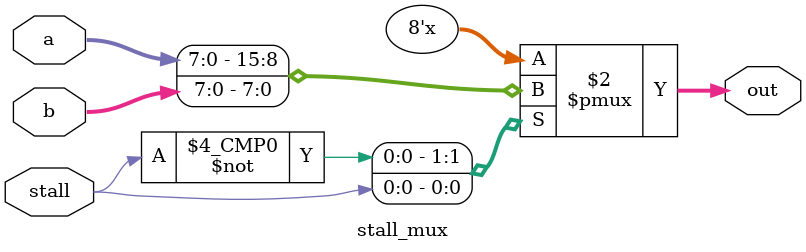
<source format=v>
module stall_mux
(
input [7:0] a,
input[7:0] b,
input stall,
output reg [7:0] out
);

always @ (*)

begin

case(stall)

    1'b0: out = a;

    1'b1: out = b;


endcase

end

endmodule
</source>
